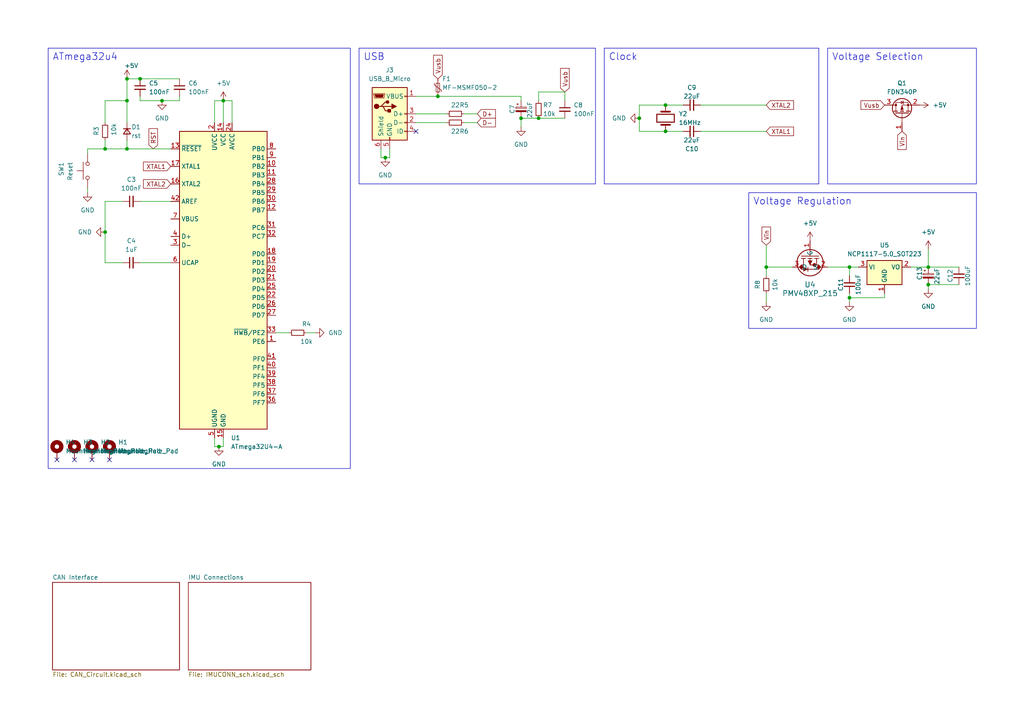
<source format=kicad_sch>
(kicad_sch (version 20230121) (generator eeschema)
  (paper "A4")
  (lib_symbols
    (symbol "2023-11-08_00-09-48:PMV48XP_215" (pin_names (offset 0.254))
      (property "Reference" "U" (at 11.43 1.905 0))
      (property "Value" "PMV48XP_215" (at 11.43 -2.54 0))
      (symbol "PMV48XP_215_0_1"
        (polyline (pts (xy 2.54 0) (xy 4.445 0)) (stroke (width 0.2032)))
        (polyline (pts (xy 4.445 -2.54) (xy 4.445 2.54)) (stroke (width 0.2032)))
        (polyline (pts (xy 5.08 -2.54) (xy 5.08 -1.27)) (stroke (width 0.2032)))
        (polyline (pts (xy 5.08 -1.905) (xy 6.985 -1.905)) (stroke (width 0.2032)))
        (polyline (pts (xy 5.08 -0.635) (xy 5.08 0.635)) (stroke (width 0.2032)))
        (polyline (pts (xy 5.08 0) (xy 6.985 0)) (stroke (width 0.2032)))
        (polyline (pts (xy 5.08 1.27) (xy 5.08 2.54)) (stroke (width 0.2032)))
        (polyline (pts (xy 5.08 1.905) (xy 6.985 1.905)) (stroke (width 0.2032)))
        (polyline (pts (xy 6.985 -2.54) (xy 6.985 0)) (stroke (width 0.2032)))
        (polyline (pts (xy 6.985 -2.54) (xy 8.255 -2.54)) (stroke (width 0.2032)))
        (polyline (pts (xy 6.985 1.905) (xy 6.985 2.54)) (stroke (width 0.2032)))
        (polyline (pts (xy 6.985 2.54) (xy 8.255 2.54)) (stroke (width 0.2032)))
        (polyline (pts (xy 8.255 -2.54) (xy 8.255 0.635)) (stroke (width 0.2032)))
        (polyline (pts (xy 8.255 0.635) (xy 8.255 2.54)) (stroke (width 0.2032)))
        (polyline (pts (xy 8.89 0.635) (xy 7.62 0.635)) (stroke (width 0.2032)))
        (polyline (pts (xy 5.715 0.635) (xy 6.985 0) (xy 5.715 -0.635)) (stroke (width 0.0254)) (fill (type outline)))
        (polyline (pts (xy 8.89 1.905) (xy 7.62 1.905) (xy 8.255 0.635)) (stroke (width 0.0254)) (fill (type outline)))
        (circle (center 6.35 0) (radius 3.81) (stroke (width 0.254)))
        (circle (center 6.985 -1.27) (radius 0.0254) (stroke (width 0.508)))
        (circle (center 7.62 -2.54) (radius 0.0254) (stroke (width 0.508)))
        (circle (center 7.62 2.54) (radius 0.0254) (stroke (width 0.508)))
        (pin unspecified line (at 0 0 0) (length 2.54) (name "G") (number "1"))
        (pin unspecified line (at 7.62 -5.08 90) (length 2.54) (name "S") (number "2"))
        (pin unspecified line (at 7.62 5.08 270) (length 2.54) (name "D") (number "3"))
      )
    )
    (symbol "Connector:USB_B_Micro" (pin_names (offset 1.016))
      (property "Reference" "J" (at -5.08 11.43 0))
      (property "Value" "USB_B_Micro" (at -5.08 8.89 0))
      (symbol "USB_B_Micro_0_1"
        (rectangle (start -5.08 -7.62) (end 5.08 7.62) (stroke (width 0.254)) (fill (type background)))
        (circle (center -3.81 2.159) (radius 0.635) (stroke (width 0.254)) (fill (type outline)))
        (circle (center -0.635 3.429) (radius 0.381) (stroke (width 0.254)) (fill (type outline)))
        (rectangle (start -0.127 -7.62) (end 0.127 -6.858))
        (polyline (pts (xy -1.905 2.159) (xy 0.635 2.159)) (stroke (width 0.254)))
        (polyline (pts (xy -3.175 2.159) (xy -2.54 2.159) (xy -1.27 3.429) (xy -0.635 3.429)) (stroke (width 0.254)))
        (polyline (pts (xy -2.54 2.159) (xy -1.905 2.159) (xy -1.27 0.889) (xy 0 0.889)) (stroke (width 0.254)))
        (polyline (pts (xy 0.635 2.794) (xy 0.635 1.524) (xy 1.905 2.159) (xy 0.635 2.794)) (stroke (width 0.254)) (fill (type outline)))
        (polyline (pts (xy -4.318 5.588) (xy -1.778 5.588) (xy -2.032 4.826) (xy -4.064 4.826) (xy -4.318 5.588)) (fill (type outline)))
        (polyline (pts (xy -4.699 5.842) (xy -4.699 5.588) (xy -4.445 4.826) (xy -4.445 4.572) (xy -1.651 4.572) (xy -1.651 4.826) (xy -1.397 5.588) (xy -1.397 5.842) (xy -4.699 5.842)))
        (rectangle (start 0.254 1.27) (end -0.508 0.508) (stroke (width 0.254)) (fill (type outline)))
        (rectangle (start 5.08 -5.207) (end 4.318 -4.953))
        (rectangle (start 5.08 -2.667) (end 4.318 -2.413))
        (rectangle (start 5.08 -0.127) (end 4.318 0.127))
        (rectangle (start 5.08 4.953) (end 4.318 5.207))
      )
      (symbol "USB_B_Micro_1_1"
        (pin power_out line (at 7.62 5.08 180) (length 2.54) (name "VBUS") (number "1"))
        (pin bidirectional line (at 7.62 -2.54 180) (length 2.54) (name "D-") (number "2"))
        (pin bidirectional line (at 7.62 0 180) (length 2.54) (name "D+") (number "3"))
        (pin passive line (at 7.62 -5.08 180) (length 2.54) (name "ID") (number "4"))
        (pin power_out line (at 0 -10.16 90) (length 2.54) (name "GND") (number "5"))
        (pin passive line (at -2.54 -10.16 90) (length 2.54) (name "Shield") (number "6"))
      )
    )
    (symbol "Device:C_Polarized_Small" (pin_numbers hide) (pin_names (offset 0.254) hide)
      (property "Reference" "C" (at 0.254 1.778 0))
      (property "Value" "C_Polarized_Small" (at 0.254 -2.032 0))
      (symbol "C_Polarized_Small_0_1"
        (rectangle (start -1.524 -0.3048) (end 1.524 -0.6858) (fill (type outline)))
        (rectangle (start -1.524 0.6858) (end 1.524 0.3048))
        (polyline (pts (xy -1.27 1.524) (xy -0.762 1.524)))
        (polyline (pts (xy -1.016 1.27) (xy -1.016 1.778)))
      )
      (symbol "C_Polarized_Small_1_1"
        (pin passive line (at 0 2.54 270) (length 1.8542) (name "~") (number "1"))
        (pin passive line (at 0 -2.54 90) (length 1.8542) (name "~") (number "2"))
      )
    )
    (symbol "Device:C_Small" (pin_numbers hide) (pin_names (offset 0.254) hide)
      (property "Reference" "C" (at 0.254 1.778 0))
      (property "Value" "C_Small" (at 0.254 -2.032 0))
      (symbol "C_Small_0_1"
        (polyline (pts (xy -1.524 -0.508) (xy 1.524 -0.508)) (stroke (width 0.3302)))
        (polyline (pts (xy -1.524 0.508) (xy 1.524 0.508)) (stroke (width 0.3048)))
      )
      (symbol "C_Small_1_1"
        (pin passive line (at 0 2.54 270) (length 2.032) (name "~") (number "1"))
        (pin passive line (at 0 -2.54 90) (length 2.032) (name "~") (number "2"))
      )
    )
    (symbol "Device:Crystal" (pin_numbers hide) (pin_names (offset 1.016) hide)
      (property "Reference" "Y" (at 0 3.81 0))
      (property "Value" "Crystal" (at 0 -3.81 0))
      (symbol "Crystal_0_1"
        (rectangle (start -1.143 2.54) (end 1.143 -2.54) (stroke (width 0.3048)))
        (polyline (pts (xy -2.54 0) (xy -1.905 0)))
        (polyline (pts (xy -1.905 -1.27) (xy -1.905 1.27)) (stroke (width 0.508)))
        (polyline (pts (xy 1.905 -1.27) (xy 1.905 1.27)) (stroke (width 0.508)))
        (polyline (pts (xy 2.54 0) (xy 1.905 0)))
      )
      (symbol "Crystal_1_1"
        (pin passive line (at -3.81 0 0) (length 1.27) (name "1") (number "1"))
        (pin passive line (at 3.81 0 180) (length 1.27) (name "2") (number "2"))
      )
    )
    (symbol "Device:D_Small" (pin_numbers hide) (pin_names (offset 0.254) hide)
      (property "Reference" "D" (at -1.27 2.032 0))
      (property "Value" "D_Small" (at -3.81 -2.032 0))
      (symbol "D_Small_0_1"
        (polyline (pts (xy -0.762 -1.016) (xy -0.762 1.016)) (stroke (width 0.254)))
        (polyline (pts (xy -0.762 0) (xy 0.762 0)))
        (polyline (pts (xy 0.762 -1.016) (xy -0.762 0) (xy 0.762 1.016) (xy 0.762 -1.016)) (stroke (width 0.254)))
      )
      (symbol "D_Small_1_1"
        (pin passive line (at -2.54 0 0) (length 1.778) (name "K") (number "1"))
        (pin passive line (at 2.54 0 180) (length 1.778) (name "A") (number "2"))
      )
    )
    (symbol "Device:Polyfuse_Small" (pin_numbers hide) (pin_names (offset 0))
      (property "Reference" "F" (at -1.905 0 90))
      (property "Value" "Polyfuse_Small" (at 1.905 0 90))
      (symbol "Polyfuse_Small_0_1"
        (rectangle (start -0.508 1.27) (end 0.508 -1.27))
        (polyline (pts (xy 0 2.54) (xy 0 -2.54)))
        (polyline (pts (xy -1.016 1.27) (xy -1.016 0.762) (xy 1.016 -0.762) (xy 1.016 -1.27)))
      )
      (symbol "Polyfuse_Small_1_1"
        (pin passive line (at 0 2.54 270) (length 0.635) (name "~") (number "1"))
        (pin passive line (at 0 -2.54 90) (length 0.635) (name "~") (number "2"))
      )
    )
    (symbol "Device:R_Small" (pin_numbers hide) (pin_names (offset 0.254) hide)
      (property "Reference" "R" (at 0.762 0.508 0))
      (property "Value" "R_Small" (at 0.762 -1.016 0))
      (symbol "R_Small_0_1"
        (rectangle (start -0.762 1.778) (end 0.762 -1.778) (stroke (width 0.2032)))
      )
      (symbol "R_Small_1_1"
        (pin passive line (at 0 2.54 270) (length 0.762) (name "~") (number "1"))
        (pin passive line (at 0 -2.54 90) (length 0.762) (name "~") (number "2"))
      )
    )
    (symbol "MCU_Microchip_ATmega:ATmega32U4-A"
      (property "Reference" "U" (at -12.7 44.45 0))
      (property "Value" "ATmega32U4-A" (at 2.54 -44.45 0))
      (symbol "ATmega32U4-A_0_1"
        (rectangle (start -12.7 -43.18) (end 12.7 43.18) (stroke (width 0.254)) (fill (type background)))
      )
      (symbol "ATmega32U4-A_1_1"
        (pin bidirectional line (at 15.24 -17.78 180) (length 2.54) (name "PE6") (number "1"))
        (pin bidirectional line (at 15.24 33.02 180) (length 2.54) (name "PB2") (number "10"))
        (pin bidirectional line (at 15.24 30.48 180) (length 2.54) (name "PB3") (number "11"))
        (pin bidirectional line (at 15.24 20.32 180) (length 2.54) (name "PB7") (number "12"))
        (pin input line (at -15.24 38.1 0) (length 2.54) (name "~{RESET}") (number "13"))
        (pin power_in line (at 0 45.72 270) (length 2.54) (name "VCC") (number "14"))
        (pin power_in line (at 0 -45.72 90) (length 2.54) (name "GND") (number "15"))
        (pin output line (at -15.24 27.94 0) (length 2.54) (name "XTAL2") (number "16"))
        (pin input line (at -15.24 33.02 0) (length 2.54) (name "XTAL1") (number "17"))
        (pin bidirectional line (at 15.24 7.62 180) (length 2.54) (name "PD0") (number "18"))
        (pin bidirectional line (at 15.24 5.08 180) (length 2.54) (name "PD1") (number "19"))
        (pin power_in line (at -2.54 45.72 270) (length 2.54) (name "UVCC") (number "2"))
        (pin bidirectional line (at 15.24 2.54 180) (length 2.54) (name "PD2") (number "20"))
        (pin bidirectional line (at 15.24 0 180) (length 2.54) (name "PD3") (number "21"))
        (pin bidirectional line (at 15.24 -5.08 180) (length 2.54) (name "PD5") (number "22"))
        (pin passive line (at 0 -45.72 90) (length 2.54) hide (name "GND") (number "23"))
        (pin power_in line (at 2.54 45.72 270) (length 2.54) (name "AVCC") (number "24"))
        (pin bidirectional line (at 15.24 -2.54 180) (length 2.54) (name "PD4") (number "25"))
        (pin bidirectional line (at 15.24 -7.62 180) (length 2.54) (name "PD6") (number "26"))
        (pin bidirectional line (at 15.24 -10.16 180) (length 2.54) (name "PD7") (number "27"))
        (pin bidirectional line (at 15.24 27.94 180) (length 2.54) (name "PB4") (number "28"))
        (pin bidirectional line (at 15.24 25.4 180) (length 2.54) (name "PB5") (number "29"))
        (pin bidirectional line (at -15.24 10.16 0) (length 2.54) (name "D-") (number "3"))
        (pin bidirectional line (at 15.24 22.86 180) (length 2.54) (name "PB6") (number "30"))
        (pin bidirectional line (at 15.24 15.24 180) (length 2.54) (name "PC6") (number "31"))
        (pin bidirectional line (at 15.24 12.7 180) (length 2.54) (name "PC7") (number "32"))
        (pin bidirectional line (at 15.24 -15.24 180) (length 2.54) (name "~{HWB}/PE2") (number "33"))
        (pin passive line (at 0 45.72 270) (length 2.54) hide (name "VCC") (number "34"))
        (pin passive line (at 0 -45.72 90) (length 2.54) hide (name "GND") (number "35"))
        (pin bidirectional line (at 15.24 -35.56 180) (length 2.54) (name "PF7") (number "36"))
        (pin bidirectional line (at 15.24 -33.02 180) (length 2.54) (name "PF6") (number "37"))
        (pin bidirectional line (at 15.24 -30.48 180) (length 2.54) (name "PF5") (number "38"))
        (pin bidirectional line (at 15.24 -27.94 180) (length 2.54) (name "PF4") (number "39"))
        (pin bidirectional line (at -15.24 12.7 0) (length 2.54) (name "D+") (number "4"))
        (pin bidirectional line (at 15.24 -25.4 180) (length 2.54) (name "PF1") (number "40"))
        (pin bidirectional line (at 15.24 -22.86 180) (length 2.54) (name "PF0") (number "41"))
        (pin passive line (at -15.24 22.86 0) (length 2.54) (name "AREF") (number "42"))
        (pin passive line (at 0 -45.72 90) (length 2.54) hide (name "GND") (number "43"))
        (pin passive line (at 2.54 45.72 270) (length 2.54) hide (name "AVCC") (number "44"))
        (pin passive line (at -2.54 -45.72 90) (length 2.54) (name "UGND") (number "5"))
        (pin passive line (at -15.24 5.08 0) (length 2.54) (name "UCAP") (number "6"))
        (pin input line (at -15.24 17.78 0) (length 2.54) (name "VBUS") (number "7"))
        (pin bidirectional line (at 15.24 38.1 180) (length 2.54) (name "PB0") (number "8"))
        (pin bidirectional line (at 15.24 35.56 180) (length 2.54) (name "PB1") (number "9"))
      )
    )
    (symbol "Mechanical:MountingHole_Pad" (pin_numbers hide) (pin_names (offset 1.016) hide)
      (property "Reference" "H" (at 0 6.35 0))
      (property "Value" "MountingHole_Pad" (at 0 4.445 0))
      (symbol "MountingHole_Pad_0_1"
        (circle (center 0 1.27) (radius 1.27) (stroke (width 1.27)))
      )
      (symbol "MountingHole_Pad_1_1"
        (pin input line (at 0 -2.54 90) (length 2.54) (name "1") (number "1"))
      )
    )
    (symbol "Regulator_Linear:NCP1117-5.0_SOT223"
      (property "Reference" "U" (at -3.81 3.175 0))
      (property "Value" "NCP1117-5.0_SOT223" (at 0 3.175 0))
      (symbol "NCP1117-5.0_SOT223_0_1"
        (rectangle (start -5.08 -5.08) (end 5.08 1.905) (stroke (width 0.254)) (fill (type background)))
      )
      (symbol "NCP1117-5.0_SOT223_1_1"
        (pin power_in line (at 0 -7.62 90) (length 2.54) (name "GND") (number "1"))
        (pin power_out line (at 7.62 0 180) (length 2.54) (name "VO") (number "2"))
        (pin power_in line (at -7.62 0 0) (length 2.54) (name "VI") (number "3"))
      )
    )
    (symbol "Switch:SW_Push" (pin_numbers hide) (pin_names (offset 1.016) hide)
      (property "Reference" "SW" (at 1.27 2.54 0))
      (property "Value" "SW_Push" (at 0 -1.524 0))
      (symbol "SW_Push_0_1"
        (circle (center -2.032 0) (radius 0.508))
        (polyline (pts (xy 0 1.27) (xy 0 3.048)))
        (polyline (pts (xy 2.54 1.27) (xy -2.54 1.27)))
        (circle (center 2.032 0) (radius 0.508))
        (pin passive line (at -5.08 0 0) (length 2.54) (name "1") (number "1"))
        (pin passive line (at 5.08 0 180) (length 2.54) (name "2") (number "2"))
      )
    )
    (symbol "Transistor_FET:FDN340P" (pin_names hide)
      (property "Reference" "Q" (at 5.08 1.905 0))
      (property "Value" "FDN340P" (at 5.08 0 0))
      (symbol "FDN340P_0_1"
        (polyline (pts (xy 0.254 0) (xy -2.54 0)))
        (polyline (pts (xy 0.254 1.905) (xy 0.254 -1.905)) (stroke (width 0.254)))
        (polyline (pts (xy 0.762 -1.27) (xy 0.762 -2.286)) (stroke (width 0.254)))
        (polyline (pts (xy 0.762 0.508) (xy 0.762 -0.508)) (stroke (width 0.254)))
        (polyline (pts (xy 0.762 2.286) (xy 0.762 1.27)) (stroke (width 0.254)))
        (polyline (pts (xy 2.54 2.54) (xy 2.54 1.778)))
        (polyline (pts (xy 2.54 -2.54) (xy 2.54 0) (xy 0.762 0)))
        (polyline (pts (xy 0.762 1.778) (xy 3.302 1.778) (xy 3.302 -1.778) (xy 0.762 -1.778)))
        (polyline (pts (xy 2.286 0) (xy 1.27 0.381) (xy 1.27 -0.381) (xy 2.286 0)) (fill (type outline)))
        (polyline (pts (xy 2.794 -0.508) (xy 2.921 -0.381) (xy 3.683 -0.381) (xy 3.81 -0.254)))
        (polyline (pts (xy 3.302 -0.381) (xy 2.921 0.254) (xy 3.683 0.254) (xy 3.302 -0.381)))
        (circle (center 1.651 0) (radius 2.794) (stroke (width 0.254)))
        (circle (center 2.54 -1.778) (radius 0.254) (fill (type outline)))
        (circle (center 2.54 1.778) (radius 0.254) (fill (type outline)))
      )
      (symbol "FDN340P_1_1"
        (pin input line (at -5.08 0 0) (length 2.54) (name "G") (number "1"))
        (pin passive line (at 2.54 -5.08 90) (length 2.54) (name "S") (number "2"))
        (pin passive line (at 2.54 5.08 270) (length 2.54) (name "D") (number "3"))
      )
    )
    (symbol "power:+5V" (power) (pin_names (offset 0))
      (property "Value" "+5V" (at 0 3.556 0))
      (symbol "+5V_0_1"
        (polyline (pts (xy -0.762 1.27) (xy 0 2.54)))
        (polyline (pts (xy 0 0) (xy 0 2.54)))
        (polyline (pts (xy 0 2.54) (xy 0.762 1.27)))
      )
      (symbol "+5V_1_1"
        (pin power_in line (at 0 0 90) (length 0) hide (name "+5V") (number "1"))
      )
    )
    (symbol "power:GND" (power) (pin_names (offset 0))
      (property "Value" "GND" (at 0 -3.81 0))
      (symbol "GND_0_1"
        (polyline (pts (xy 0 0) (xy 0 -1.27) (xy 1.27 -1.27) (xy 0 -2.54) (xy -1.27 -1.27) (xy 0 -1.27)))
      )
      (symbol "GND_1_1"
        (pin power_in line (at 0 0 270) (length 0) hide (name "GND") (number "1"))
      )
    )
  )
  (junction (at 246.38 86.36))
  (junction (at 222.25 77.47))
  (junction (at 156.21 34.29))
  (junction (at 30.48 67.31))
  (junction (at 269.24 82.55))
  (junction (at 246.38 77.47))
  (junction (at 36.83 29.21))
  (junction (at 269.24 77.47))
  (junction (at 30.48 43.18))
  (junction (at 193.04 38.1))
  (junction (at 36.83 22.86))
  (junction (at 63.5 129.54))
  (junction (at 46.99 29.21))
  (junction (at 151.13 34.29))
  (junction (at 127 27.94))
  (junction (at 193.04 30.48))
  (junction (at 64.77 29.21))
  (junction (at 185.42 34.29))
  (junction (at 36.83 43.18))
  (junction (at 111.76 45.72))
  (junction (at 40.64 22.86))
  (no_connect (at 21.59 133.35))
  (no_connect (at 31.75 133.35))
  (no_connect (at 16.51 133.35))
  (no_connect (at 120.65 38.1))
  (no_connect (at 26.67 133.35))
  (wire (pts (xy 246.38 86.36) (xy 246.38 87.63)))
  (wire (pts (xy 264.16 77.47) (xy 269.24 77.47)))
  (wire (pts (xy 222.25 71.12) (xy 222.25 77.47)))
  (wire (pts (xy 222.25 85.09) (xy 222.25 87.63)))
  (wire (pts (xy 222.25 77.47) (xy 229.87 77.47)))
  (wire (pts (xy 36.83 22.86) (xy 36.83 29.21)))
  (wire (pts (xy 246.38 77.47) (xy 246.38 80.01)))
  (wire (pts (xy 64.77 129.54) (xy 63.5 129.54)))
  (wire (pts (xy 120.65 35.56) (xy 129.54 35.56)))
  (wire (pts (xy 67.31 35.56) (xy 67.31 29.21)))
  (wire (pts (xy 25.4 44.45) (xy 25.4 43.18)))
  (wire (pts (xy 40.64 22.86) (xy 52.07 22.86)))
  (wire (pts (xy 193.04 38.1) (xy 198.12 38.1)))
  (wire (pts (xy 193.04 30.48) (xy 198.12 30.48)))
  (wire (pts (xy 269.24 77.47) (xy 278.13 77.47)))
  (wire (pts (xy 185.42 30.48) (xy 193.04 30.48)))
  (wire (pts (xy 127 27.94) (xy 151.13 27.94)))
  (wire (pts (xy 88.9 96.52) (xy 91.44 96.52)))
  (wire (pts (xy 62.23 129.54) (xy 63.5 129.54)))
  (wire (pts (xy 30.48 76.2) (xy 35.56 76.2)))
  (wire (pts (xy 62.23 35.56) (xy 62.23 29.21)))
  (wire (pts (xy 185.42 34.29) (xy 185.42 38.1)))
  (wire (pts (xy 62.23 29.21) (xy 64.77 29.21)))
  (wire (pts (xy 113.03 43.18) (xy 113.03 45.72)))
  (wire (pts (xy 36.83 29.21) (xy 36.83 35.56)))
  (wire (pts (xy 30.48 29.21) (xy 36.83 29.21)))
  (wire (pts (xy 269.24 82.55) (xy 278.13 82.55)))
  (wire (pts (xy 246.38 77.47) (xy 248.92 77.47)))
  (wire (pts (xy 40.64 27.94) (xy 40.64 29.21)))
  (wire (pts (xy 240.03 77.47) (xy 246.38 77.47)))
  (wire (pts (xy 62.23 127) (xy 62.23 129.54)))
  (wire (pts (xy 134.62 33.02) (xy 138.43 33.02)))
  (wire (pts (xy 151.13 27.94) (xy 151.13 29.21)))
  (wire (pts (xy 64.77 29.21) (xy 64.77 35.56)))
  (wire (pts (xy 134.62 35.56) (xy 138.43 35.56)))
  (wire (pts (xy 120.65 33.02) (xy 129.54 33.02)))
  (wire (pts (xy 120.65 27.94) (xy 127 27.94)))
  (wire (pts (xy 64.77 127) (xy 64.77 129.54)))
  (wire (pts (xy 256.54 86.36) (xy 246.38 86.36)))
  (wire (pts (xy 46.99 29.21) (xy 52.07 29.21)))
  (wire (pts (xy 222.25 77.47) (xy 222.25 80.01)))
  (wire (pts (xy 36.83 43.18) (xy 49.53 43.18)))
  (wire (pts (xy 35.56 58.42) (xy 30.48 58.42)))
  (wire (pts (xy 156.21 34.29) (xy 163.83 34.29)))
  (wire (pts (xy 269.24 82.55) (xy 269.24 83.82)))
  (wire (pts (xy 151.13 34.29) (xy 151.13 36.83)))
  (wire (pts (xy 110.49 45.72) (xy 111.76 45.72)))
  (wire (pts (xy 40.64 29.21) (xy 46.99 29.21)))
  (wire (pts (xy 269.24 72.39) (xy 269.24 77.47)))
  (wire (pts (xy 80.01 96.52) (xy 83.82 96.52)))
  (wire (pts (xy 40.64 76.2) (xy 49.53 76.2)))
  (wire (pts (xy 111.76 45.72) (xy 113.03 45.72)))
  (wire (pts (xy 30.48 58.42) (xy 30.48 67.31)))
  (wire (pts (xy 67.31 29.21) (xy 64.77 29.21)))
  (wire (pts (xy 30.48 40.64) (xy 30.48 43.18)))
  (wire (pts (xy 30.48 67.31) (xy 30.48 76.2)))
  (wire (pts (xy 49.53 58.42) (xy 40.64 58.42)))
  (wire (pts (xy 30.48 35.56) (xy 30.48 29.21)))
  (wire (pts (xy 110.49 43.18) (xy 110.49 45.72)))
  (wire (pts (xy 256.54 85.09) (xy 256.54 86.36)))
  (wire (pts (xy 30.48 43.18) (xy 36.83 43.18)))
  (wire (pts (xy 40.64 22.86) (xy 36.83 22.86)))
  (wire (pts (xy 203.2 30.48) (xy 222.25 30.48)))
  (wire (pts (xy 151.13 34.29) (xy 156.21 34.29)))
  (wire (pts (xy 203.2 38.1) (xy 222.25 38.1)))
  (wire (pts (xy 25.4 43.18) (xy 30.48 43.18)))
  (wire (pts (xy 163.83 26.67) (xy 163.83 29.21)))
  (wire (pts (xy 156.21 29.21) (xy 156.21 26.67)))
  (wire (pts (xy 156.21 26.67) (xy 163.83 26.67)))
  (wire (pts (xy 185.42 38.1) (xy 193.04 38.1)))
  (wire (pts (xy 52.07 29.21) (xy 52.07 27.94)))
  (wire (pts (xy 36.83 40.64) (xy 36.83 43.18)))
  (wire (pts (xy 25.4 54.61) (xy 25.4 55.88)))
  (wire (pts (xy 185.42 34.29) (xy 185.42 30.48)))
  (wire (pts (xy 246.38 85.09) (xy 246.38 86.36)))
  (rectangle (start 175.26 13.97) (end 237.49 53.34))
  (rectangle (start 13.97 13.97) (end 101.6 135.89))
  (rectangle (start 104.14 13.97) (end 172.72 53.34))
  (rectangle (start 240.03 13.97) (end 283.21 53.34))
  (rectangle (start 217.17 55.88) (end 283.21 95.25))
  (text "Voltage Selection" (at 241.3 17.78 0) (effects (font (size 2 2)) (justify left bottom)))
  (text "Voltage Regulation" (at 218.44 59.69 0) (effects (font (size 2 2)) (justify left bottom)))
  (text "USB\n" (at 105.41 17.78 0) (effects (font (size 2 2)) (justify left bottom)))
  (text "Clock\n" (at 176.53 17.78 0) (effects (font (size 2 2)) (justify left bottom)))
  (text "ATmega32u4\n" (at 15.24 17.78 0) (effects (font (size 2 2)) (justify left bottom)))
  (global_label "Vusb" (shape input) (at 256.54 30.48 180) (property "Intersheetrefs" "${INTERSHEET_REFS}" (at 249.1401 30.48 0) (effects (justify right))))
  (global_label "XTAL2" (shape input) (at 222.25 30.48 0) (property "Intersheetrefs" "${INTERSHEET_REFS}" (at 230.7385 30.48 0) (effects (justify left))))
  (global_label "XTAL1" (shape input) (at 49.53 48.26 180) (property "Intersheetrefs" "${INTERSHEET_REFS}" (at 41.0415 48.26 0) (effects (justify right))))
  (global_label "RST" (shape input) (at 44.45 43.18 90) (property "Intersheetrefs" "${INTERSHEET_REFS}" (at 44.45 36.7477 90) (effects (justify left))))
  (global_label "Vusb" (shape input) (at 163.83 26.67 90) (property "Intersheetrefs" "${INTERSHEET_REFS}" (at 163.83 19.2701 90) (effects (justify left))))
  (global_label "D+" (shape input) (at 138.43 33.02 0) (property "Intersheetrefs" "${INTERSHEET_REFS}" (at 144.2576 33.02 0) (effects (justify left))))
  (global_label "Vin" (shape input) (at 222.25 71.12 90) (property "Intersheetrefs" "${INTERSHEET_REFS}" (at 222.25 65.2924 90) (effects (justify left))))
  (global_label "XTAL2" (shape input) (at 49.53 53.34 180) (property "Intersheetrefs" "${INTERSHEET_REFS}" (at 41.0415 53.34 0) (effects (justify right))))
  (global_label "XTAL1" (shape input) (at 222.25 38.1 0) (property "Intersheetrefs" "${INTERSHEET_REFS}" (at 230.7385 38.1 0) (effects (justify left))))
  (global_label "Vusb" (shape input) (at 127 22.86 90) (property "Intersheetrefs" "${INTERSHEET_REFS}" (at 127 15.4601 90) (effects (justify left))))
  (global_label "D-" (shape input) (at 138.43 35.56 0) (property "Intersheetrefs" "${INTERSHEET_REFS}" (at 144.2576 35.56 0) (effects (justify left))))
  (global_label "Vin" (shape input) (at 261.62 38.1 270) (property "Intersheetrefs" "${INTERSHEET_REFS}" (at 261.62 43.9276 90) (effects (justify right))))
  (symbol (lib_id "power:GND") (at 30.48 67.31 270) (unit 1)
    (property "Reference" "#PWR010" (effects hide))
    (property "Value" "GND" (at 26.67 67.31 90) (effects (justify right)))
  )
  (symbol (lib_id "Mechanical:MountingHole_Pad") (at 16.51 130.81 0) (unit 1)
    (property "Reference" "H4" (at 19.05 128.27 0) (effects (justify left)))
    (property "Value" "MountingHole_Pad" (at 19.05 130.81 0) (effects (justify left)))
    (property "Footprint" "MountingHole:MountingHole_3.2mm_M3_DIN965_Pad" (effects hide))
  )
  (symbol (lib_id "Device:R_Small") (at 222.25 82.55 180) (unit 1)
    (property "Reference" "R8" (at 219.71 82.55 90))
    (property "Value" "10k" (at 224.79 82.55 90))
    (property "Footprint" "Resistor_SMD:R_0805_2012Metric_Pad1.20x1.40mm_HandSolder" (effects hide))
  )
  (symbol (lib_id "power:+5V") (at 36.83 22.86 0) (unit 1)
    (property "Reference" "#PWR012" (effects hide))
    (property "Value" "+5V" (at 38.1 19.05 0))
  )
  (symbol (lib_id "Device:C_Small") (at 246.38 82.55 180) (unit 1)
    (property "Reference" "C11" (at 243.84 82.55 90))
    (property "Value" "100uF" (at 248.92 82.55 90))
    (property "Footprint" "Capacitor_SMD:C_0805_2012Metric_Pad1.18x1.45mm_HandSolder" (effects hide))
  )
  (symbol (lib_id "2023-11-08_00-09-48:PMV48XP_215") (at 234.95 69.85 90) (mirror x) (unit 1)
    (property "Reference" "U4" (at 234.95 82.55 90) (effects (font (size 1.524 1.524))))
    (property "Value" "PMV48XP_215" (at 234.95 85.09 90) (effects (font (size 1.524 1.524))))
    (property "Footprint" "footprints:TO-236_SOT23_NEX" (effects hide))
    (property "Datasheet" "PMV48XP_215" (effects hide))
  )
  (symbol (lib_id "Device:C_Small") (at 52.07 25.4 0) (unit 1)
    (property "Reference" "C6" (at 54.61 24.1363 0) (effects (justify left)))
    (property "Value" "100nF" (at 54.61 26.6763 0) (effects (justify left)))
    (property "Footprint" "Capacitor_SMD:C_0805_2012Metric_Pad1.18x1.45mm_HandSolder" (effects hide))
  )
  (symbol (lib_id "Device:Polyfuse_Small") (at 127 25.4 0) (unit 1)
    (property "Reference" "F1" (at 128.27 22.86 0) (effects (justify left)))
    (property "Value" "MF-MSMF050-2" (at 128.27 25.4 0) (effects (justify left)))
  )
  (symbol (lib_id "Regulator_Linear:NCP1117-5.0_SOT223") (at 256.54 77.47 0) (unit 1)
    (property "Reference" "U5" (at 256.54 71.12 0))
    (property "Value" "NCP1117-5.0_SOT223" (at 256.54 73.66 0))
    (property "Footprint" "Package_TO_SOT_SMD:SOT-223-3_TabPin2" (effects hide))
    (property "Datasheet" "http://www.onsemi.com/pub_link/Collateral/NCP1117-D.PDF" (effects hide))
  )
  (symbol (lib_id "Device:C_Small") (at 38.1 76.2 90) (unit 1)
    (property "Reference" "C4" (at 38.1063 69.85 90))
    (property "Value" "1uF" (at 38.1063 72.39 90))
    (property "Footprint" "Capacitor_SMD:C_0805_2012Metric_Pad1.18x1.45mm_HandSolder" (effects hide))
  )
  (symbol (lib_id "power:GND") (at 111.76 45.72 0) (unit 1)
    (property "Reference" "#PWR015" (effects hide))
    (property "Value" "GND" (at 111.76 50.8 0))
  )
  (symbol (lib_id "power:GND") (at 91.44 96.52 90) (unit 1)
    (property "Reference" "#PWR014" (effects hide))
    (property "Value" "GND" (at 95.25 96.52 90) (effects (justify right)))
  )
  (symbol (lib_id "power:GND") (at 222.25 87.63 0) (unit 1)
    (property "Reference" "#PWR019" (effects hide))
    (property "Value" "GND" (at 222.25 92.71 0))
  )
  (symbol (lib_id "Device:R_Small") (at 132.08 35.56 270) (unit 1)
    (property "Reference" "R6" (at 134.62 38.1 90))
    (property "Value" "22" (at 132.08 38.1 90))
    (property "Footprint" "Resistor_SMD:R_0805_2012Metric_Pad1.20x1.40mm_HandSolder" (effects hide))
  )
  (symbol (lib_id "Mechanical:MountingHole_Pad") (at 26.67 130.81 0) (unit 1)
    (property "Reference" "H2" (at 29.21 128.27 0) (effects (justify left)))
    (property "Value" "MountingHole_Pad" (at 29.21 130.81 0) (effects (justify left)))
    (property "Footprint" "MountingHole:MountingHole_3.2mm_M3_DIN965_Pad" (effects hide))
  )
  (symbol (lib_id "power:GND") (at 246.38 87.63 0) (unit 1)
    (property "Reference" "#PWR021" (effects hide))
    (property "Value" "GND" (at 246.38 92.71 0))
  )
  (symbol (lib_id "Device:C_Small") (at 200.66 38.1 270) (unit 1)
    (property "Reference" "C10" (at 200.66 43.18 90))
    (property "Value" "22uF" (at 200.66 40.64 90))
    (property "Footprint" "Capacitor_SMD:C_0805_2012Metric_Pad1.18x1.45mm_HandSolder" (effects hide))
  )
  (symbol (lib_id "power:+5V") (at 64.77 29.21 0) (unit 1)
    (property "Reference" "#PWR08" (effects hide))
    (property "Value" "+5V" (at 64.77 24.13 0))
  )
  (symbol (lib_id "power:+5V") (at 234.95 69.85 0) (unit 1)
    (property "Reference" "#PWR020" (effects hide))
    (property "Value" "+5V" (at 234.95 64.77 0))
  )
  (symbol (lib_id "Device:Crystal") (at 193.04 34.29 90) (unit 1)
    (property "Reference" "Y2" (at 196.85 33.02 90) (effects (justify right)))
    (property "Value" "16MHz" (at 196.85 35.56 90) (effects (justify right)))
  )
  (symbol (lib_id "power:GND") (at 63.5 129.54 0) (unit 1)
    (property "Reference" "#PWR09" (effects hide))
    (property "Value" "GND" (at 63.5 134.62 0))
  )
  (symbol (lib_id "Device:R_Small") (at 86.36 96.52 90) (unit 1)
    (property "Reference" "R4" (at 88.9 93.98 90))
    (property "Value" "10k" (at 88.9 99.06 90))
    (property "Footprint" "Resistor_SMD:R_0805_2012Metric_Pad1.20x1.40mm_HandSolder" (effects hide))
  )
  (symbol (lib_id "Mechanical:MountingHole_Pad") (at 31.75 130.81 0) (unit 1)
    (property "Reference" "H1" (at 34.29 128.27 0) (effects (justify left)))
    (property "Value" "MountingHole_Pad" (at 34.29 130.81 0) (effects (justify left)))
    (property "Footprint" "MountingHole:MountingHole_3.2mm_M3_DIN965_Pad" (effects hide))
  )
  (symbol (lib_id "Device:R_Small") (at 132.08 33.02 90) (unit 1)
    (property "Reference" "R5" (at 134.62 30.48 90))
    (property "Value" "22" (at 132.08 30.48 90))
    (property "Footprint" "Resistor_SMD:R_0805_2012Metric_Pad1.20x1.40mm_HandSolder" (effects hide))
  )
  (symbol (lib_id "Mechanical:MountingHole_Pad") (at 21.59 130.81 0) (unit 1)
    (property "Reference" "H3" (at 24.13 128.27 0) (effects (justify left)))
    (property "Value" "MountingHole_Pad" (at 24.13 130.81 0) (effects (justify left)))
    (property "Footprint" "MountingHole:MountingHole_3.2mm_M3_DIN965_Pad" (effects hide))
  )
  (symbol (lib_id "MCU_Microchip_ATmega:ATmega32U4-A") (at 64.77 81.28 0) (unit 1)
    (property "Reference" "U1" (at 66.9641 127 0) (effects (justify left)))
    (property "Value" "ATmega32U4-A" (at 66.9641 129.54 0) (effects (justify left)))
    (property "Footprint" "Package_QFP:TQFP-44_10x10mm_P0.8mm" (effects hide))
    (property "Datasheet" "http://ww1.microchip.com/downloads/en/DeviceDoc/Atmel-7766-8-bit-AVR-ATmega16U4-32U4_Datasheet.pdf" (effects hide))
  )
  (symbol (lib_id "Device:R_Small") (at 30.48 38.1 180) (unit 1)
    (property "Reference" "R3" (at 27.94 39.37 90) (effects (justify right)))
    (property "Value" "10k" (at 33.02 39.37 90) (effects (justify right)))
    (property "Footprint" "Resistor_SMD:R_0805_2012Metric_Pad1.20x1.40mm_HandSolder" (effects hide))
  )
  (symbol (lib_id "Transistor_FET:FDN340P") (at 261.62 33.02 90) (unit 1)
    (property "Reference" "Q1" (at 261.62 24.13 90))
    (property "Value" "FDN340P" (at 261.62 26.67 90))
    (property "Footprint" "Package_TO_SOT_SMD:SOT-23" (effects hide))
    (property "Datasheet" "https://www.onsemi.com/pub/Collateral/FDN340P-D.PDF" (effects hide))
  )
  (symbol (lib_id "Device:C_Small") (at 40.64 25.4 0) (unit 1)
    (property "Reference" "C5" (at 43.18 24.1363 0) (effects (justify left)))
    (property "Value" "100nF" (at 43.18 26.6763 0) (effects (justify left)))
    (property "Footprint" "Capacitor_SMD:C_0805_2012Metric_Pad1.18x1.45mm_HandSolder" (effects hide))
  )
  (symbol (lib_id "Switch:SW_Push") (at 25.4 49.53 90) (unit 1)
    (property "Reference" "SW1" (at 17.78 46.99 0) (effects (justify right)))
    (property "Value" "Reset" (at 20.32 46.99 0) (effects (justify right)))
  )
  (symbol (lib_id "Device:C_Small") (at 278.13 80.01 180) (unit 1)
    (property "Reference" "C12" (at 275.59 80.01 90))
    (property "Value" "100uF" (at 280.67 80.01 90))
    (property "Footprint" "Capacitor_SMD:C_0805_2012Metric_Pad1.18x1.45mm_HandSolder" (effects hide))
  )
  (symbol (lib_id "power:GND") (at 269.24 83.82 0) (unit 1)
    (property "Reference" "#PWR023" (effects hide))
    (property "Value" "GND" (at 269.24 88.9 0))
  )
  (symbol (lib_id "power:+5V") (at 269.24 72.39 0) (unit 1)
    (property "Reference" "#PWR022" (effects hide))
    (property "Value" "+5V" (at 269.24 67.31 0))
  )
  (symbol (lib_id "Device:C_Polarized_Small") (at 151.13 31.75 0) (unit 1)
    (property "Reference" "C7" (at 148.59 33.02 90) (effects (justify left)))
    (property "Value" "22uF" (at 153.67 34.29 90) (effects (justify left)))
    (property "Footprint" "Capacitor_SMD:C_0805_2012Metric_Pad1.18x1.45mm_HandSolder" (effects hide))
  )
  (symbol (lib_id "Device:C_Small") (at 200.66 30.48 90) (unit 1)
    (property "Reference" "C9" (at 200.66 25.4 90))
    (property "Value" "22uF" (at 200.66 27.94 90))
    (property "Footprint" "Capacitor_SMD:C_0805_2012Metric_Pad1.18x1.45mm_HandSolder" (effects hide))
  )
  (symbol (lib_id "power:GND") (at 185.42 34.29 270) (unit 1)
    (property "Reference" "#PWR017" (effects hide))
    (property "Value" "GND" (at 181.61 34.29 90) (effects (justify right)))
  )
  (symbol (lib_id "power:GND") (at 46.99 29.21 0) (unit 1)
    (property "Reference" "#PWR013" (effects hide))
    (property "Value" "GND" (at 46.99 34.29 0))
  )
  (symbol (lib_id "Device:C_Small") (at 163.83 31.75 0) (unit 1)
    (property "Reference" "C8" (at 166.37 30.4863 0) (effects (justify left)))
    (property "Value" "100nF" (at 166.37 33.0263 0) (effects (justify left)))
    (property "Footprint" "Capacitor_SMD:C_0805_2012Metric_Pad1.18x1.45mm_HandSolder" (effects hide))
  )
  (symbol (lib_id "Device:C_Polarized_Small") (at 269.24 80.01 0) (unit 1)
    (property "Reference" "C13" (at 266.7 81.28 90) (effects (justify left)))
    (property "Value" "22uF" (at 271.78 82.55 90) (effects (justify left)))
    (property "Footprint" "Capacitor_SMD:C_0805_2012Metric_Pad1.18x1.45mm_HandSolder" (effects hide))
  )
  (symbol (lib_id "Device:C_Small") (at 38.1 58.42 90) (unit 1)
    (property "Reference" "C3" (at 38.1063 52.07 90))
    (property "Value" "100nF" (at 38.1063 54.61 90))
    (property "Footprint" "Capacitor_SMD:C_0805_2012Metric_Pad1.18x1.45mm_HandSolder" (effects hide))
  )
  (symbol (lib_id "power:GND") (at 25.4 55.88 0) (unit 1)
    (property "Reference" "#PWR011" (effects hide))
    (property "Value" "GND" (at 25.4 60.96 0))
  )
  (symbol (lib_id "power:+5V") (at 266.7 30.48 270) (unit 1)
    (property "Reference" "#PWR018" (effects hide))
    (property "Value" "+5V" (at 270.51 30.48 90) (effects (justify left)))
  )
  (symbol (lib_id "Device:D_Small") (at 36.83 38.1 270) (unit 1)
    (property "Reference" "D1" (at 38.1 36.83 90) (effects (justify left)))
    (property "Value" "rst" (at 38.1 39.37 90) (effects (justify left)))
    (property "Sim.Device" "D" (effects hide))
    (property "Sim.Pins" "1=K 2=A" (effects hide))
  )
  (symbol (lib_id "power:GND") (at 151.13 36.83 0) (unit 1)
    (property "Reference" "#PWR016" (effects hide))
    (property "Value" "GND" (at 151.13 41.91 0))
  )
  (symbol (lib_id "Connector:USB_B_Micro") (at 113.03 33.02 0) (unit 1)
    (property "Reference" "J3" (at 113.03 20.32 0))
    (property "Value" "USB_B_Micro" (at 113.03 22.86 0))
    (property "Footprint" "Connector_USB:USB_Micro-B_Wuerth_629105150521" (effects hide))
  )
  (symbol (lib_id "Device:R_Small") (at 156.21 31.75 0) (unit 1)
    (property "Reference" "R7" (at 157.48 30.48 0) (effects (justify left)))
    (property "Value" "10k" (at 157.48 33.02 0) (effects (justify left)))
    (property "Footprint" "Resistor_SMD:R_0805_2012Metric_Pad1.20x1.40mm_HandSolder" (effects hide))
  )
  (sheet (at 15.24 168.91) (size 36.83 25.4) (stroke (width 0.1524))
    (property "Sheetname" "CAN Interface" (at 15.24 168.1984 0) (effects (justify left bottom)))
    (property "Sheetfile" "CAN_Circuit.kicad_sch" (at 15.24 194.8946 0) (effects (justify left top)))
  )
  (sheet (at 54.61 168.91) (size 35.56 25.4) (stroke (width 0.1524))
    (property "Sheetname" "IMU Connections" (at 54.61 168.1984 0) (effects (justify left bottom)))
    (property "Sheetfile" "IMUCONN_sch.kicad_sch" (at 54.61 194.8946 0) (effects (justify left top)))
  )
)
</source>
